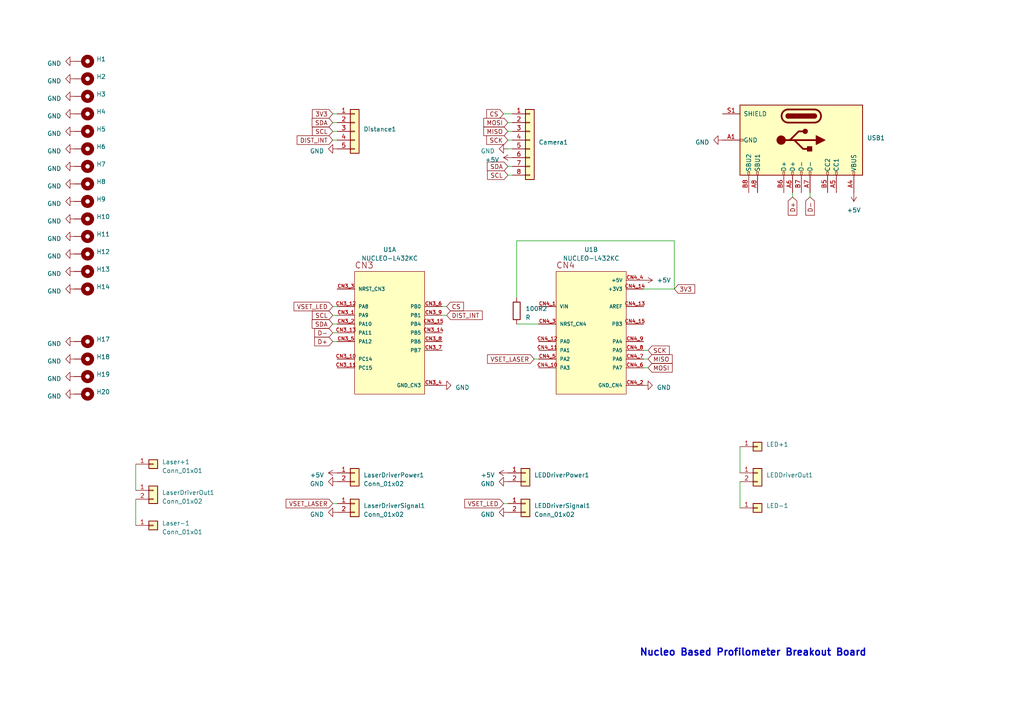
<source format=kicad_sch>
(kicad_sch (version 20230121) (generator eeschema)
  (paper "A4")
  (lib_symbols
    (symbol "Conn_01x01_2" (pin_names (offset 1.016) hide)
      (property "Reference" "J" (at 0 2.54 0))
      (property "Value" "Conn_01x01" (at 0 -2.54 0))
      (symbol "Conn_01x01_2_1_1"
        (rectangle (start -1.27 0.127) (end 0 -0.127) (stroke (width 0.1524)))
        (rectangle (start -1.27 1.27) (end 1.27 -1.27) (stroke (width 0.254)) (fill (type background)))
        (pin passive line (at -5.08 0 0) (length 3.81) (name "Pin_1") (number "1"))
      )
    )
    (symbol "Conn_01x01_3" (pin_names (offset 1.016) hide)
      (property "Reference" "J" (at 0 2.54 0))
      (property "Value" "Conn_01x01" (at 0 -2.54 0))
      (symbol "Conn_01x01_3_1_1"
        (rectangle (start -1.27 0.127) (end 0 -0.127) (stroke (width 0.1524)))
        (rectangle (start -1.27 1.27) (end 1.27 -1.27) (stroke (width 0.254)) (fill (type background)))
        (pin passive line (at -5.08 0 0) (length 3.81) (name "Pin_1") (number "1"))
      )
    )
    (symbol "Conn_01x02_3" (pin_names (offset 1.016) hide)
      (property "Reference" "J" (at 0 2.54 0))
      (property "Value" "Conn_01x02" (at 0 -5.08 0))
      (symbol "Conn_01x02_3_1_1"
        (rectangle (start -1.27 -2.413) (end 0 -2.667) (stroke (width 0.1524)))
        (rectangle (start -1.27 0.127) (end 0 -0.127) (stroke (width 0.1524)))
        (rectangle (start -1.27 1.27) (end 1.27 -3.81) (stroke (width 0.254)) (fill (type background)))
        (pin passive line (at -5.08 0 0) (length 3.81) (name "Pin_1") (number "1"))
        (pin passive line (at -5.08 -2.54 0) (length 3.81) (name "Pin_2") (number "2"))
      )
    )
    (symbol "Conn_01x02_4" (pin_names (offset 1.016) hide)
      (property "Reference" "J" (at 0 2.54 0))
      (property "Value" "Conn_01x02" (at 0 -5.08 0))
      (symbol "Conn_01x02_4_1_1"
        (rectangle (start -1.27 -2.413) (end 0 -2.667) (stroke (width 0.1524)))
        (rectangle (start -1.27 0.127) (end 0 -0.127) (stroke (width 0.1524)))
        (rectangle (start -1.27 1.27) (end 1.27 -3.81) (stroke (width 0.254)) (fill (type background)))
        (pin passive line (at -5.08 0 0) (length 3.81) (name "Pin_1") (number "1"))
        (pin passive line (at -5.08 -2.54 0) (length 3.81) (name "Pin_2") (number "2"))
      )
    )
    (symbol "Connector:USB_C_Receptacle_USB2.0" (pin_names (offset 1.016))
      (property "Reference" "J" (at -10.16 19.05 0))
      (property "Value" "USB_C_Receptacle_USB2.0" (at 19.05 19.05 0))
      (symbol "USB_C_Receptacle_USB2.0_0_0"
        (rectangle (start -0.254 -17.78) (end 0.254 -16.764))
        (rectangle (start 10.16 -14.986) (end 9.144 -15.494))
        (rectangle (start 10.16 -12.446) (end 9.144 -12.954))
        (rectangle (start 10.16 -4.826) (end 9.144 -5.334))
        (rectangle (start 10.16 -2.286) (end 9.144 -2.794))
        (rectangle (start 10.16 0.254) (end 9.144 -0.254))
        (rectangle (start 10.16 2.794) (end 9.144 2.286))
        (rectangle (start 10.16 7.874) (end 9.144 7.366))
        (rectangle (start 10.16 10.414) (end 9.144 9.906))
        (rectangle (start 10.16 15.494) (end 9.144 14.986))
      )
      (symbol "USB_C_Receptacle_USB2.0_0_1"
        (rectangle (start -10.16 17.78) (end 10.16 -17.78) (stroke (width 0.254)) (fill (type background)))
        (arc (start -8.89 -3.81) (mid -6.985 -5.7067) (end -5.08 -3.81) (stroke (width 0.508)))
        (arc (start -7.62 -3.81) (mid -6.985 -4.4423) (end -6.35 -3.81) (stroke (width 0.254)))
        (arc (start -7.62 -3.81) (mid -6.985 -4.4423) (end -6.35 -3.81) (stroke (width 0.254)) (fill (type outline)))
        (rectangle (start -7.62 -3.81) (end -6.35 3.81) (stroke (width 0.254)) (fill (type outline)))
        (arc (start -6.35 3.81) (mid -6.985 4.4423) (end -7.62 3.81) (stroke (width 0.254)))
        (arc (start -6.35 3.81) (mid -6.985 4.4423) (end -7.62 3.81) (stroke (width 0.254)) (fill (type outline)))
        (arc (start -5.08 3.81) (mid -6.985 5.7067) (end -8.89 3.81) (stroke (width 0.508)))
        (circle (center -2.54 1.143) (radius 0.635) (stroke (width 0.254)) (fill (type outline)))
        (circle (center 0 -5.842) (radius 1.27) (fill (type outline)))
        (polyline (pts (xy -8.89 -3.81) (xy -8.89 3.81)) (stroke (width 0.508)))
        (polyline (pts (xy -5.08 3.81) (xy -5.08 -3.81)) (stroke (width 0.508)))
        (polyline (pts (xy 0 -5.842) (xy 0 4.318)) (stroke (width 0.508)))
        (polyline (pts (xy 0 -3.302) (xy -2.54 -0.762) (xy -2.54 0.508)) (stroke (width 0.508)))
        (polyline (pts (xy 0 -2.032) (xy 2.54 0.508) (xy 2.54 1.778)) (stroke (width 0.508)))
        (polyline (pts (xy -1.27 4.318) (xy 0 6.858) (xy 1.27 4.318) (xy -1.27 4.318)) (stroke (width 0.254)) (fill (type outline)))
        (rectangle (start 1.905 1.778) (end 3.175 3.048) (stroke (width 0.254)) (fill (type outline)))
      )
      (symbol "USB_C_Receptacle_USB2.0_1_1"
        (pin passive line (at 0 -22.86 90) (length 5.08) (name "GND") (number "A1"))
        (pin passive line (at 0 -22.86 90) (length 5.08) hide (name "GND") (number "A12"))
        (pin passive line (at 15.24 15.24 180) (length 5.08) (name "VBUS") (number "A4"))
        (pin bidirectional line (at 15.24 10.16 180) (length 5.08) (name "CC1") (number "A5"))
        (pin bidirectional line (at 15.24 -2.54 180) (length 5.08) (name "D+") (number "A6"))
        (pin bidirectional line (at 15.24 2.54 180) (length 5.08) (name "D-") (number "A7"))
        (pin bidirectional line (at 15.24 -12.7 180) (length 5.08) (name "SBU1") (number "A8"))
        (pin passive line (at 15.24 15.24 180) (length 5.08) hide (name "VBUS") (number "A9"))
        (pin passive line (at 0 -22.86 90) (length 5.08) hide (name "GND") (number "B1"))
        (pin passive line (at 0 -22.86 90) (length 5.08) hide (name "GND") (number "B12"))
        (pin passive line (at 15.24 15.24 180) (length 5.08) hide (name "VBUS") (number "B4"))
        (pin bidirectional line (at 15.24 7.62 180) (length 5.08) (name "CC2") (number "B5"))
        (pin bidirectional line (at 15.24 -5.08 180) (length 5.08) (name "D+") (number "B6"))
        (pin bidirectional line (at 15.24 0 180) (length 5.08) (name "D-") (number "B7"))
        (pin bidirectional line (at 15.24 -15.24 180) (length 5.08) (name "SBU2") (number "B8"))
        (pin passive line (at 15.24 15.24 180) (length 5.08) hide (name "VBUS") (number "B9"))
        (pin passive line (at -7.62 -22.86 90) (length 5.08) (name "SHIELD") (number "S1"))
      )
    )
    (symbol "Connector_Generic:Conn_01x01" (pin_names (offset 1.016) hide)
      (property "Reference" "J" (at 0 2.54 0))
      (property "Value" "Conn_01x01" (at 0 -2.54 0))
      (symbol "Conn_01x01_1_1"
        (rectangle (start -1.27 0.127) (end 0 -0.127) (stroke (width 0.1524)))
        (rectangle (start -1.27 1.27) (end 1.27 -1.27) (stroke (width 0.254)) (fill (type background)))
        (pin passive line (at -5.08 0 0) (length 3.81) (name "Pin_1") (number "1"))
      )
    )
    (symbol "Connector_Generic:Conn_01x02" (pin_names (offset 1.016) hide)
      (property "Reference" "J" (at 0 2.54 0))
      (property "Value" "Conn_01x02" (at 0 -5.08 0))
      (symbol "Conn_01x02_1_1"
        (rectangle (start -1.27 -2.413) (end 0 -2.667) (stroke (width 0.1524)))
        (rectangle (start -1.27 0.127) (end 0 -0.127) (stroke (width 0.1524)))
        (rectangle (start -1.27 1.27) (end 1.27 -3.81) (stroke (width 0.254)) (fill (type background)))
        (pin passive line (at -5.08 0 0) (length 3.81) (name "Pin_1") (number "1"))
        (pin passive line (at -5.08 -2.54 0) (length 3.81) (name "Pin_2") (number "2"))
      )
    )
    (symbol "Connector_Generic:Conn_01x05" (pin_names (offset 1.016) hide)
      (property "Reference" "J" (at 0 7.62 0))
      (property "Value" "Conn_01x05" (at 0 -7.62 0))
      (symbol "Conn_01x05_1_1"
        (rectangle (start -1.27 -4.953) (end 0 -5.207) (stroke (width 0.1524)))
        (rectangle (start -1.27 -2.413) (end 0 -2.667) (stroke (width 0.1524)))
        (rectangle (start -1.27 0.127) (end 0 -0.127) (stroke (width 0.1524)))
        (rectangle (start -1.27 2.667) (end 0 2.413) (stroke (width 0.1524)))
        (rectangle (start -1.27 5.207) (end 0 4.953) (stroke (width 0.1524)))
        (rectangle (start -1.27 6.35) (end 1.27 -6.35) (stroke (width 0.254)) (fill (type background)))
        (pin passive line (at -5.08 5.08 0) (length 3.81) (name "Pin_1") (number "1"))
        (pin passive line (at -5.08 2.54 0) (length 3.81) (name "Pin_2") (number "2"))
        (pin passive line (at -5.08 0 0) (length 3.81) (name "Pin_3") (number "3"))
        (pin passive line (at -5.08 -2.54 0) (length 3.81) (name "Pin_4") (number "4"))
        (pin passive line (at -5.08 -5.08 0) (length 3.81) (name "Pin_5") (number "5"))
      )
    )
    (symbol "Connector_Generic:Conn_01x08" (pin_names (offset 1.016) hide)
      (property "Reference" "J" (at 0 10.16 0))
      (property "Value" "Conn_01x08" (at 0 -12.7 0))
      (symbol "Conn_01x08_1_1"
        (rectangle (start -1.27 -10.033) (end 0 -10.287) (stroke (width 0.1524)))
        (rectangle (start -1.27 -7.493) (end 0 -7.747) (stroke (width 0.1524)))
        (rectangle (start -1.27 -4.953) (end 0 -5.207) (stroke (width 0.1524)))
        (rectangle (start -1.27 -2.413) (end 0 -2.667) (stroke (width 0.1524)))
        (rectangle (start -1.27 0.127) (end 0 -0.127) (stroke (width 0.1524)))
        (rectangle (start -1.27 2.667) (end 0 2.413) (stroke (width 0.1524)))
        (rectangle (start -1.27 5.207) (end 0 4.953) (stroke (width 0.1524)))
        (rectangle (start -1.27 7.747) (end 0 7.493) (stroke (width 0.1524)))
        (rectangle (start -1.27 8.89) (end 1.27 -11.43) (stroke (width 0.254)) (fill (type background)))
        (pin passive line (at -5.08 7.62 0) (length 3.81) (name "Pin_1") (number "1"))
        (pin passive line (at -5.08 5.08 0) (length 3.81) (name "Pin_2") (number "2"))
        (pin passive line (at -5.08 2.54 0) (length 3.81) (name "Pin_3") (number "3"))
        (pin passive line (at -5.08 0 0) (length 3.81) (name "Pin_4") (number "4"))
        (pin passive line (at -5.08 -2.54 0) (length 3.81) (name "Pin_5") (number "5"))
        (pin passive line (at -5.08 -5.08 0) (length 3.81) (name "Pin_6") (number "6"))
        (pin passive line (at -5.08 -7.62 0) (length 3.81) (name "Pin_7") (number "7"))
        (pin passive line (at -5.08 -10.16 0) (length 3.81) (name "Pin_8") (number "8"))
      )
    )
    (symbol "Device:R" (pin_numbers hide) (pin_names (offset 0))
      (property "Reference" "R" (at 2.032 0 90))
      (property "Value" "R" (at 0 0 90))
      (symbol "R_0_1"
        (rectangle (start -1.016 -2.54) (end 1.016 2.54) (stroke (width 0.254)))
      )
      (symbol "R_1_1"
        (pin passive line (at 0 3.81 270) (length 1.27) (name "~") (number "1"))
        (pin passive line (at 0 -3.81 90) (length 1.27) (name "~") (number "2"))
      )
    )
    (symbol "Mechanical:MountingHole_Pad" (pin_numbers hide) (pin_names (offset 1.016) hide)
      (property "Reference" "H" (at 0 6.35 0))
      (property "Value" "MountingHole_Pad" (at 0 4.445 0))
      (symbol "MountingHole_Pad_0_1"
        (circle (center 0 1.27) (radius 1.27) (stroke (width 1.27)))
      )
      (symbol "MountingHole_Pad_1_1"
        (pin input line (at 0 -2.54 90) (length 2.54) (name "1") (number "1"))
      )
    )
    (symbol "NUCLEO-L432KC:NUCLEO-L432KC" (pin_names (offset 1.016))
      (property "Reference" "U" (at -10.16 21.082 0))
      (property "Value" "NUCLEO-L432KC" (at -10.16 -20.32 0))
      (symbol "NUCLEO-L432KC_1_0"
        (rectangle (start -10.16 -17.78) (end 10.16 17.78) (stroke (width 0.1524)) (fill (type background)))
        (text "CN3" (at -10.16 18.542 0) (effects (font (size 1.778 1.778)) (justify left bottom)))
        (pin bidirectional line (at -15.24 5.08 0) (length 5.08) (name "PA9") (number "CN3_1"))
        (pin bidirectional line (at -15.24 -7.62 0) (length 5.08) (name "PC14") (number "CN3_10"))
        (pin bidirectional line (at -15.24 -10.16 0) (length 5.08) (name "PC15") (number "CN3_11"))
        (pin bidirectional line (at -15.24 7.62 0) (length 5.08) (name "PA8") (number "CN3_12"))
        (pin bidirectional line (at -15.24 0 0) (length 5.08) (name "PA11") (number "CN3_13"))
        (pin bidirectional line (at 15.24 0 180) (length 5.08) (name "PB5") (number "CN3_14"))
        (pin bidirectional line (at 15.24 2.54 180) (length 5.08) (name "PB4") (number "CN3_15"))
        (pin bidirectional line (at -15.24 2.54 0) (length 5.08) (name "PA10") (number "CN3_2"))
        (pin bidirectional line (at -15.24 12.7 0) (length 5.08) (name "NRST_CN3") (number "CN3_3"))
        (pin power_in line (at 15.24 -15.24 180) (length 5.08) (name "GND_CN3") (number "CN3_4"))
        (pin bidirectional line (at -15.24 -2.54 0) (length 5.08) (name "PA12") (number "CN3_5"))
        (pin bidirectional line (at 15.24 7.62 180) (length 5.08) (name "PB0") (number "CN3_6"))
        (pin bidirectional line (at 15.24 -5.08 180) (length 5.08) (name "PB7") (number "CN3_7"))
        (pin bidirectional line (at 15.24 -2.54 180) (length 5.08) (name "PB6") (number "CN3_8"))
        (pin bidirectional line (at 15.24 5.08 180) (length 5.08) (name "PB1") (number "CN3_9"))
      )
      (symbol "NUCLEO-L432KC_2_0"
        (rectangle (start -10.16 -17.78) (end 10.16 17.78) (stroke (width 0.1524)) (fill (type background)))
        (text "CN4" (at -10.16 18.542 0) (effects (font (size 1.778 1.778)) (justify left bottom)))
        (pin input line (at -15.24 7.62 0) (length 5.08) (name "VIN") (number "CN4_1"))
        (pin bidirectional line (at -15.24 -10.16 0) (length 5.08) (name "PA3") (number "CN4_10"))
        (pin bidirectional line (at -15.24 -5.08 0) (length 5.08) (name "PA1") (number "CN4_11"))
        (pin bidirectional line (at -15.24 -2.54 0) (length 5.08) (name "PA0") (number "CN4_12"))
        (pin bidirectional line (at 15.24 7.62 180) (length 5.08) (name "AREF") (number "CN4_13"))
        (pin power_in line (at 15.24 12.7 180) (length 5.08) (name "+3V3") (number "CN4_14"))
        (pin bidirectional line (at 15.24 2.54 180) (length 5.08) (name "PB3") (number "CN4_15"))
        (pin power_in line (at 15.24 -15.24 180) (length 5.08) (name "GND_CN4") (number "CN4_2"))
        (pin bidirectional line (at -15.24 2.54 0) (length 5.08) (name "NRST_CN4") (number "CN4_3"))
        (pin power_in line (at 15.24 15.24 180) (length 5.08) (name "+5V") (number "CN4_4"))
        (pin bidirectional line (at -15.24 -7.62 0) (length 5.08) (name "PA2") (number "CN4_5"))
        (pin bidirectional line (at 15.24 -10.16 180) (length 5.08) (name "PA7") (number "CN4_6"))
        (pin bidirectional line (at 15.24 -7.62 180) (length 5.08) (name "PA6") (number "CN4_7"))
        (pin bidirectional line (at 15.24 -5.08 180) (length 5.08) (name "PA5") (number "CN4_8"))
        (pin bidirectional line (at 15.24 -2.54 180) (length 5.08) (name "PA4") (number "CN4_9"))
      )
    )
    (symbol "power:+5V" (power) (pin_names (offset 0))
      (property "Value" "+5V" (at 0 3.556 0))
      (symbol "+5V_0_1"
        (polyline (pts (xy -0.762 1.27) (xy 0 2.54)))
        (polyline (pts (xy 0 0) (xy 0 2.54)))
        (polyline (pts (xy 0 2.54) (xy 0.762 1.27)))
      )
      (symbol "+5V_1_1"
        (pin power_in line (at 0 0 90) (length 0) hide (name "+5V") (number "1"))
      )
    )
    (symbol "power:GND" (power) (pin_names (offset 0))
      (property "Value" "GND" (at 0 -3.81 0))
      (symbol "GND_0_1"
        (polyline (pts (xy 0 0) (xy 0 -1.27) (xy 1.27 -1.27) (xy 0 -2.54) (xy -1.27 -1.27) (xy 0 -1.27)))
      )
      (symbol "GND_1_1"
        (pin power_in line (at 0 0 270) (length 0) hide (name "GND") (number "1"))
      )
    )
  )
  (wire (pts (xy 147.32 35.56) (xy 148.59 35.56)))
  (wire (pts (xy 149.86 93.98) (xy 156.21 93.98)))
  (wire (pts (xy 234.95 55.88) (xy 234.95 57.15)))
  (wire (pts (xy 186.69 106.68) (xy 187.96 106.68)))
  (wire (pts (xy 96.52 88.9) (xy 97.79 88.9)))
  (wire (pts (xy 96.52 33.02) (xy 97.79 33.02)))
  (wire (pts (xy 96.52 91.44) (xy 97.79 91.44)))
  (wire (pts (xy 147.32 43.18) (xy 148.59 43.18)))
  (wire (pts (xy 195.58 83.82) (xy 186.69 83.82)))
  (wire (pts (xy 96.52 35.56) (xy 97.79 35.56)))
  (wire (pts (xy 39.37 134.62) (xy 39.37 142.24)))
  (wire (pts (xy 147.32 38.1) (xy 148.59 38.1)))
  (wire (pts (xy 96.52 40.64) (xy 97.79 40.64)))
  (wire (pts (xy 128.27 88.9) (xy 129.54 88.9)))
  (wire (pts (xy 96.52 38.1) (xy 97.79 38.1)))
  (wire (pts (xy 96.52 93.98) (xy 97.79 93.98)))
  (wire (pts (xy 186.69 104.14) (xy 187.96 104.14)))
  (wire (pts (xy 186.69 101.6) (xy 187.96 101.6)))
  (wire (pts (xy 149.86 69.85) (xy 195.58 69.85)))
  (wire (pts (xy 147.32 40.64) (xy 148.59 40.64)))
  (wire (pts (xy 229.87 55.88) (xy 229.87 57.15)))
  (wire (pts (xy 147.32 50.8) (xy 148.59 50.8)))
  (wire (pts (xy 39.37 144.78) (xy 39.37 152.4)))
  (wire (pts (xy 147.32 48.26) (xy 148.59 48.26)))
  (wire (pts (xy 149.86 86.36) (xy 149.86 69.85)))
  (wire (pts (xy 154.94 104.14) (xy 156.21 104.14)))
  (wire (pts (xy 195.58 69.85) (xy 195.58 83.82)))
  (wire (pts (xy 214.63 139.7) (xy 214.63 147.32)))
  (wire (pts (xy 128.27 91.44) (xy 129.54 91.44)))
  (wire (pts (xy 146.05 33.02) (xy 148.59 33.02)))
  (wire (pts (xy 214.63 129.54) (xy 214.63 137.16)))
  (wire (pts (xy 96.52 99.06) (xy 97.79 99.06)))
  (wire (pts (xy 96.52 146.05) (xy 97.79 146.05)))
  (wire (pts (xy 96.52 96.52) (xy 97.79 96.52)))
  (wire (pts (xy 146.05 146.05) (xy 147.32 146.05)))
  (text "Nucleo Based Profilometer Breakout Board\n" (at 251.46 190.5 0) (effects (font (size 2 2) (thickness 0.4) bold) (justify right bottom)))
  (global_label "SDA" (shape input) (at 96.52 93.98 180) (property "Intersheetrefs" "${INTERSHEET_REFS}" (effects hide)))
  (global_label "CS" (shape input) (at 146.05 33.02 180) (property "Intersheetrefs" "${INTERSHEET_REFS}" (effects hide)))
  (global_label "DIST_INT" (shape input) (at 96.52 40.64 180) (property "Intersheetrefs" "${INTERSHEET_REFS}" (effects hide)))
  (global_label "SCK" (shape input) (at 147.32 40.64 180) (property "Intersheetrefs" "${INTERSHEET_REFS}" (effects hide)))
  (global_label "VSET_LASER" (shape input) (at 154.94 104.14 180) (property "Intersheetrefs" "${INTERSHEET_REFS}" (effects hide)))
  (global_label "D+" (shape input) (at 96.52 99.06 180) (property "Intersheetrefs" "${INTERSHEET_REFS}" (effects hide)))
  (global_label "VSET_LED" (shape input) (at 146.05 146.05 180) (property "Intersheetrefs" "${INTERSHEET_REFS}" (effects hide)))
  (global_label "D+" (shape input) (at 229.87 57.15 270) (property "Intersheetrefs" "${INTERSHEET_REFS}" (effects hide)))
  (global_label "VSET_LASER" (shape input) (at 96.52 146.05 180) (property "Intersheetrefs" "${INTERSHEET_REFS}" (effects hide)))
  (global_label "D-" (shape input) (at 96.52 96.52 180) (property "Intersheetrefs" "${INTERSHEET_REFS}" (effects hide)))
  (global_label "3V3" (shape input) (at 195.58 83.82 0) (property "Intersheetrefs" "${INTERSHEET_REFS}" (effects hide)))
  (global_label "SDA" (shape input) (at 147.32 48.26 180) (property "Intersheetrefs" "${INTERSHEET_REFS}" (effects hide)))
  (global_label "SCK" (shape input) (at 187.96 101.6 0) (property "Intersheetrefs" "${INTERSHEET_REFS}" (effects hide)))
  (global_label "D-" (shape input) (at 234.95 57.15 270) (property "Intersheetrefs" "${INTERSHEET_REFS}" (effects hide)))
  (global_label "MISO" (shape input) (at 147.32 38.1 180) (property "Intersheetrefs" "${INTERSHEET_REFS}" (effects hide)))
  (global_label "DIST_INT" (shape input) (at 129.54 91.44 0) (property "Intersheetrefs" "${INTERSHEET_REFS}" (effects hide)))
  (global_label "3V3" (shape input) (at 96.52 33.02 180) (property "Intersheetrefs" "${INTERSHEET_REFS}" (effects hide)))
  (global_label "SDA" (shape input) (at 96.52 35.56 180) (property "Intersheetrefs" "${INTERSHEET_REFS}" (effects hide)))
  (global_label "MISO" (shape input) (at 187.96 104.14 0) (property "Intersheetrefs" "${INTERSHEET_REFS}" (effects hide)))
  (global_label "SCL" (shape input) (at 96.52 91.44 180) (property "Intersheetrefs" "${INTERSHEET_REFS}" (effects hide)))
  (global_label "SCL" (shape input) (at 96.52 38.1 180) (property "Intersheetrefs" "${INTERSHEET_REFS}" (effects hide)))
  (global_label "MOSI" (shape input) (at 187.96 106.68 0) (property "Intersheetrefs" "${INTERSHEET_REFS}" (effects hide)))
  (global_label "SCL" (shape input) (at 147.32 50.8 180) (property "Intersheetrefs" "${INTERSHEET_REFS}" (effects hide)))
  (global_label "VSET_LED" (shape input) (at 96.52 88.9 180) (property "Intersheetrefs" "${INTERSHEET_REFS}" (effects hide)))
  (global_label "CS" (shape input) (at 129.54 88.9 0) (property "Intersheetrefs" "${INTERSHEET_REFS}" (effects hide)))
  (global_label "MOSI" (shape input) (at 147.32 35.56 180) (property "Intersheetrefs" "${INTERSHEET_REFS}" (effects hide)))
  (symbol (lib_id "power:GND") (at 21.59 114.3 270) (unit 1)
    (property "Reference" "#PWR034" (effects hide))
    (property "Value" "GND" (at 17.78 114.935 90) (effects (justify right)))
  )
  (symbol (lib_id "power:GND") (at 21.59 22.86 270) (unit 1)
    (property "Reference" "#PWR015" (effects hide))
    (property "Value" "GND" (at 17.78 23.495 90) (effects (justify right)))
  )
  (symbol (lib_id "power:GND") (at 128.27 111.76 90) (unit 1)
    (property "Reference" "#PWR05" (effects hide))
    (property "Value" "GND" (at 132.08 112.395 90) (effects (justify right)))
  )
  (symbol (lib_id "power:GND") (at 147.32 148.59 270) (unit 1)
    (property "Reference" "#PWR011" (effects hide))
    (property "Value" "GND" (at 143.51 149.225 90) (effects (justify right)))
  )
  (symbol (lib_id "power:GND") (at 21.59 43.18 270) (unit 1)
    (property "Reference" "#PWR020" (effects hide))
    (property "Value" "GND" (at 17.78 43.815 90) (effects (justify right)))
  )
  (symbol (lib_id "power:GND") (at 21.59 68.58 270) (unit 1)
    (property "Reference" "#PWR025" (effects hide))
    (property "Value" "GND" (at 17.78 69.215 90) (effects (justify right)))
  )
  (symbol (lib_id "Mechanical:MountingHole_Pad") (at 24.13 58.42 270) (unit 1)
    (property "Reference" "H9" (at 27.94 57.785 90) (effects (justify left)))
    (property "Value" "MountingHole_Pad" (effects hide))
    (property "Footprint" "MountingHole:MountingHole_3.2mm_M3_Pad" (effects hide))
  )
  (symbol (lib_id "power:GND") (at 21.59 78.74 270) (unit 1)
    (property "Reference" "#PWR027" (effects hide))
    (property "Value" "GND" (at 17.78 79.375 90) (effects (justify right)))
  )
  (symbol (lib_id "power:GND") (at 21.59 33.02 270) (unit 1)
    (property "Reference" "#PWR018" (effects hide))
    (property "Value" "GND" (at 17.78 33.655 90) (effects (justify right)))
  )
  (symbol (lib_id "Mechanical:MountingHole_Pad") (at 24.13 43.18 270) (unit 1)
    (property "Reference" "H6" (at 27.94 42.545 90) (effects (justify left)))
    (property "Value" "MountingHole_Pad" (effects hide))
    (property "Footprint" "MountingHole:MountingHole_3.2mm_M3_Pad" (effects hide))
  )
  (symbol (lib_name "Conn_01x01_3") (lib_id "Connector_Generic:Conn_01x01") (at 44.45 152.4 0) (unit 1)
    (property "Reference" "Laser-1" (at 46.99 151.765 0) (effects (justify left)))
    (property "Value" "Conn_01x01" (at 46.99 154.305 0) (effects (justify left)))
    (property "Footprint" "Connector_PinHeader_2.54mm:PinHeader_1x01_P2.54mm_Vertical" (effects hide))
  )
  (symbol (lib_id "Mechanical:MountingHole_Pad") (at 24.13 99.06 270) (unit 1)
    (property "Reference" "H17" (at 27.94 98.425 90) (effects (justify left)))
    (property "Value" "MountingHole_Pad" (effects hide))
    (property "Footprint" "MountingHole:MountingHole_3.2mm_M3_Pad" (effects hide))
  )
  (symbol (lib_id "power:+5V") (at 147.32 137.16 90) (unit 1)
    (property "Reference" "#PWR013" (effects hide))
    (property "Value" "+5V" (at 143.51 137.795 90) (effects (justify left)))
  )
  (symbol (lib_id "power:GND") (at 21.59 83.82 270) (unit 1)
    (property "Reference" "#PWR028" (effects hide))
    (property "Value" "GND" (at 17.78 84.455 90) (effects (justify right)))
  )
  (symbol (lib_id "Connector_Generic:Conn_01x02") (at 102.87 146.05 0) (unit 1)
    (property "Reference" "LaserDriverSignal1" (at 105.41 146.685 0) (effects (justify left)))
    (property "Value" "Conn_01x02" (at 105.41 149.225 0) (effects (justify left)))
    (property "Footprint" "Connector_PinHeader_2.54mm:PinHeader_1x02_P2.54mm_Vertical" (effects hide))
  )
  (symbol (lib_name "Conn_01x02_3") (lib_id "Connector_Generic:Conn_01x02") (at 152.4 137.16 0) (unit 1)
    (property "Reference" "LEDDriverPower1" (at 154.94 137.795 0) (effects (justify left)))
    (property "Value" "Conn_01x02" (effects hide))
    (property "Footprint" "Connector_PinHeader_2.54mm:PinHeader_1x02_P2.54mm_Vertical" (effects hide))
  )
  (symbol (lib_name "Conn_01x01_2") (lib_id "Connector_Generic:Conn_01x01") (at 44.45 134.62 0) (unit 1)
    (property "Reference" "Laser+1" (at 46.99 133.985 0) (effects (justify left)))
    (property "Value" "Conn_01x01" (at 46.99 136.525 0) (effects (justify left)))
    (property "Footprint" "Connector_PinHeader_2.54mm:PinHeader_1x01_P2.54mm_Vertical" (effects hide))
  )
  (symbol (lib_id "power:GND") (at 21.59 27.94 270) (unit 1)
    (property "Reference" "#PWR017" (effects hide))
    (property "Value" "GND" (at 17.78 28.575 90) (effects (justify right)))
  )
  (symbol (lib_id "power:+5V") (at 148.59 45.72 90) (unit 1)
    (property "Reference" "#PWR02" (effects hide))
    (property "Value" "+5V" (at 144.78 46.355 90) (effects (justify left)))
  )
  (symbol (lib_id "Mechanical:MountingHole_Pad") (at 24.13 109.22 270) (unit 1)
    (property "Reference" "H19" (at 27.94 108.585 90) (effects (justify left)))
    (property "Value" "MountingHole_Pad" (effects hide))
    (property "Footprint" "MountingHole:MountingHole_3.2mm_M3_Pad" (effects hide))
  )
  (symbol (lib_id "power:GND") (at 21.59 109.22 270) (unit 1)
    (property "Reference" "#PWR033" (effects hide))
    (property "Value" "GND" (at 17.78 109.855 90) (effects (justify right)))
  )
  (symbol (lib_id "Connector_Generic:Conn_01x08") (at 153.67 40.64 0) (unit 1)
    (property "Reference" "Camera1" (at 156.21 41.275 0) (effects (justify left)))
    (property "Value" "Conn_01x08" (effects hide))
    (property "Footprint" "Connector_PinHeader_1.27mm:PinHeader_1x08_P1.27mm_Vertical" (effects hide))
  )
  (symbol (lib_id "Connector_Generic:Conn_01x02") (at 102.87 137.16 0) (unit 1)
    (property "Reference" "LaserDriverPower1" (at 105.41 137.795 0) (effects (justify left)))
    (property "Value" "Conn_01x02" (at 105.41 140.335 0) (effects (justify left)))
    (property "Footprint" "Connector_PinHeader_2.54mm:PinHeader_1x02_P2.54mm_Vertical" (effects hide))
  )
  (symbol (lib_id "power:GND") (at 97.79 139.7 270) (unit 1)
    (property "Reference" "#PWR08" (effects hide))
    (property "Value" "GND" (at 93.98 140.335 90) (effects (justify right)))
  )
  (symbol (lib_id "Mechanical:MountingHole_Pad") (at 24.13 53.34 270) (unit 1)
    (property "Reference" "H8" (at 27.94 52.705 90) (effects (justify left)))
    (property "Value" "MountingHole_Pad" (effects hide))
    (property "Footprint" "MountingHole:MountingHole_3.2mm_M3_Pad" (effects hide))
  )
  (symbol (lib_id "power:GND") (at 147.32 43.18 270) (unit 1)
    (property "Reference" "#PWR01" (effects hide))
    (property "Value" "GND" (at 143.51 43.815 90) (effects (justify right)))
  )
  (symbol (lib_id "power:GND") (at 209.55 40.64 270) (unit 1)
    (property "Reference" "#PWR06" (effects hide))
    (property "Value" "GND" (at 205.74 41.275 90) (effects (justify right)))
  )
  (symbol (lib_id "power:GND") (at 21.59 38.1 270) (unit 1)
    (property "Reference" "#PWR019" (effects hide))
    (property "Value" "GND" (at 17.78 38.735 90) (effects (justify right)))
  )
  (symbol (lib_id "Mechanical:MountingHole_Pad") (at 24.13 38.1 270) (unit 1)
    (property "Reference" "H5" (at 27.94 37.465 90) (effects (justify left)))
    (property "Value" "MountingHole_Pad" (effects hide))
    (property "Footprint" "MountingHole:MountingHole_3.2mm_M3_Pad" (effects hide))
  )
  (symbol (lib_id "power:GND") (at 186.69 111.76 90) (unit 1)
    (property "Reference" "#PWR016" (effects hide))
    (property "Value" "GND" (at 190.5 112.395 90) (effects (justify right)))
  )
  (symbol (lib_id "Device:R") (at 149.86 90.17 180) (unit 1)
    (property "Reference" "100R2" (at 152.4 89.535 0) (effects (justify right)))
    (property "Value" "R" (at 152.4 92.075 0) (effects (justify right)))
    (property "Footprint" "Resistor_SMD:R_0603_1608Metric" (effects hide))
  )
  (symbol (lib_id "Mechanical:MountingHole_Pad") (at 24.13 33.02 270) (unit 1)
    (property "Reference" "H4" (at 27.94 32.385 90) (effects (justify left)))
    (property "Value" "MountingHole_Pad" (effects hide))
    (property "Footprint" "MountingHole:MountingHole_3.2mm_M3_Pad" (effects hide))
  )
  (symbol (lib_id "Connector:USB_C_Receptacle_USB2.0") (at 232.41 40.64 270) (unit 1)
    (property "Reference" "USB1" (at 251.46 40.005 90) (effects (justify left)))
    (property "Value" "USB_C_Receptacle_USB2.0" (effects hide))
    (property "Footprint" "KiCad:2171820001" (effects hide))
    (property "Datasheet" "https://www.usb.org/sites/default/files/documents/usb_type-c.zip" (effects hide))
  )
  (symbol (lib_name "Conn_01x02_4") (lib_id "Connector_Generic:Conn_01x02") (at 152.4 146.05 0) (unit 1)
    (property "Reference" "LEDDriverSignal1" (at 154.94 146.685 0) (effects (justify left)))
    (property "Value" "Conn_01x02" (at 154.94 149.225 0) (effects (justify left)))
    (property "Footprint" "Connector_PinHeader_2.54mm:PinHeader_1x02_P2.54mm_Vertical" (effects hide))
  )
  (symbol (lib_id "power:GND") (at 97.79 43.18 270) (unit 1)
    (property "Reference" "#PWR014" (effects hide))
    (property "Value" "GND" (at 93.98 43.815 90) (effects (justify right)))
  )
  (symbol (lib_id "Connector_Generic:Conn_01x02") (at 219.71 137.16 0) (unit 1)
    (property "Reference" "LEDDriverOut1" (at 222.25 137.795 0) (effects (justify left)))
    (property "Value" "Conn_01x02" (effects hide))
    (property "Footprint" "Connector_PinHeader_2.54mm:PinHeader_1x02_P2.54mm_Vertical" (effects hide))
  )
  (symbol (lib_id "Mechanical:MountingHole_Pad") (at 24.13 68.58 270) (unit 1)
    (property "Reference" "H11" (at 27.94 67.945 90) (effects (justify left)))
    (property "Value" "MountingHole_Pad" (effects hide))
    (property "Footprint" "MountingHole:MountingHole_3.2mm_M3_Pad" (effects hide))
  )
  (symbol (lib_id "NUCLEO-L432KC:NUCLEO-L432KC") (at 113.03 96.52 0) (unit 1)
    (property "Reference" "U1" (at 113.03 72.39 0))
    (property "Value" "NUCLEO-L432KC" (at 113.03 74.93 0))
    (property "Footprint" "MODULE_NUCLEO-L432KC" (effects hide))
    (property "MAXIMUM_PACKAGE_HEIGHT" "N/A" (effects hide))
    (property "PARTREV" "N/A" (effects hide))
    (property "STANDARD" "Manufacturer Recommendations" (effects hide))
    (property "MANUFACTURER" "ST Microelectronics" (effects hide))
  )
  (symbol (lib_id "power:GND") (at 21.59 58.42 270) (unit 1)
    (property "Reference" "#PWR023" (effects hide))
    (property "Value" "GND" (at 17.78 59.055 90) (effects (justify right)))
  )
  (symbol (lib_id "power:GND") (at 21.59 104.14 270) (unit 1)
    (property "Reference" "#PWR032" (effects hide))
    (property "Value" "GND" (at 17.78 104.775 90) (effects (justify right)))
  )
  (symbol (lib_id "NUCLEO-L432KC:NUCLEO-L432KC") (at 171.45 96.52 0) (unit 2)
    (property "Reference" "U1" (at 171.45 72.39 0))
    (property "Value" "NUCLEO-L432KC" (at 171.45 74.93 0))
    (property "Footprint" "MODULE_NUCLEO-L432KC" (effects hide))
    (property "MAXIMUM_PACKAGE_HEIGHT" "N/A" (effects hide))
    (property "PARTREV" "N/A" (effects hide))
    (property "STANDARD" "Manufacturer Recommendations" (effects hide))
    (property "MANUFACTURER" "ST Microelectronics" (effects hide))
  )
  (symbol (lib_id "Mechanical:MountingHole_Pad") (at 24.13 48.26 270) (unit 1)
    (property "Reference" "H7" (at 27.94 47.625 90) (effects (justify left)))
    (property "Value" "MountingHole_Pad" (effects hide))
    (property "Footprint" "MountingHole:MountingHole_3.2mm_M3_Pad" (effects hide))
  )
  (symbol (lib_id "Mechanical:MountingHole_Pad") (at 24.13 63.5 270) (unit 1)
    (property "Reference" "H10" (at 27.94 62.865 90) (effects (justify left)))
    (property "Value" "MountingHole_Pad" (effects hide))
    (property "Footprint" "MountingHole:MountingHole_3.2mm_M3_Pad" (effects hide))
  )
  (symbol (lib_id "Mechanical:MountingHole_Pad") (at 24.13 114.3 270) (unit 1)
    (property "Reference" "H20" (at 27.94 113.665 90) (effects (justify left)))
    (property "Value" "MountingHole_Pad" (effects hide))
    (property "Footprint" "MountingHole:MountingHole_3.2mm_M3_Pad" (effects hide))
  )
  (symbol (lib_id "Mechanical:MountingHole_Pad") (at 24.13 27.94 270) (unit 1)
    (property "Reference" "H3" (at 27.94 27.305 90) (effects (justify left)))
    (property "Value" "MountingHole_Pad" (effects hide))
    (property "Footprint" "MountingHole:MountingHole_3.2mm_M3_Pad" (effects hide))
  )
  (symbol (lib_id "power:+5V") (at 97.79 137.16 90) (unit 1)
    (property "Reference" "#PWR012" (effects hide))
    (property "Value" "+5V" (at 93.98 137.795 90) (effects (justify left)))
  )
  (symbol (lib_id "power:GND") (at 21.59 48.26 270) (unit 1)
    (property "Reference" "#PWR021" (effects hide))
    (property "Value" "GND" (at 17.78 48.895 90) (effects (justify right)))
  )
  (symbol (lib_id "Mechanical:MountingHole_Pad") (at 24.13 73.66 270) (unit 1)
    (property "Reference" "H12" (at 27.94 73.025 90) (effects (justify left)))
    (property "Value" "MountingHole_Pad" (effects hide))
    (property "Footprint" "MountingHole:MountingHole_3.2mm_M3_Pad" (effects hide))
  )
  (symbol (lib_id "power:GND") (at 21.59 53.34 270) (unit 1)
    (property "Reference" "#PWR022" (effects hide))
    (property "Value" "GND" (at 17.78 53.975 90) (effects (justify right)))
  )
  (symbol (lib_id "Connector_Generic:Conn_01x01") (at 219.71 129.54 0) (unit 1)
    (property "Reference" "LED+1" (at 222.25 128.905 0) (effects (justify left)))
    (property "Value" "Conn_01x01" (effects hide))
    (property "Footprint" "Connector_PinHeader_2.54mm:PinHeader_1x01_P2.54mm_Vertical" (effects hide))
  )
  (symbol (lib_id "power:+5V") (at 186.69 81.28 270) (unit 1)
    (property "Reference" "#PWR04" (effects hide))
    (property "Value" "+5V" (at 190.5 81.28 90) (effects (justify left)))
  )
  (symbol (lib_id "Mechanical:MountingHole_Pad") (at 24.13 78.74 270) (unit 1)
    (property "Reference" "H13" (at 27.94 78.105 90) (effects (justify left)))
    (property "Value" "MountingHole_Pad" (effects hide))
    (property "Footprint" "MountingHole:MountingHole_3.2mm_M3_Pad" (effects hide))
  )
  (symbol (lib_id "Mechanical:MountingHole_Pad") (at 24.13 22.86 270) (unit 1)
    (property "Reference" "H2" (at 27.94 22.225 90) (effects (justify left)))
    (property "Value" "MountingHole_Pad" (effects hide))
    (property "Footprint" "MountingHole:MountingHole_3.2mm_M3_Pad" (effects hide))
  )
  (symbol (lib_id "Mechanical:MountingHole_Pad") (at 24.13 104.14 270) (unit 1)
    (property "Reference" "H18" (at 27.94 103.505 90) (effects (justify left)))
    (property "Value" "MountingHole_Pad" (effects hide))
    (property "Footprint" "MountingHole:MountingHole_3.2mm_M3_Pad" (effects hide))
  )
  (symbol (lib_id "power:GND") (at 21.59 99.06 270) (unit 1)
    (property "Reference" "#PWR031" (effects hide))
    (property "Value" "GND" (at 17.78 99.695 90) (effects (justify right)))
  )
  (symbol (lib_id "Mechanical:MountingHole_Pad") (at 24.13 17.78 270) (unit 1)
    (property "Reference" "H1" (at 27.94 17.145 90) (effects (justify left)))
    (property "Value" "MountingHole_Pad" (effects hide))
    (property "Footprint" "MountingHole:MountingHole_3.2mm_M3_Pad" (effects hide))
  )
  (symbol (lib_id "power:GND") (at 97.79 148.59 270) (unit 1)
    (property "Reference" "#PWR09" (effects hide))
    (property "Value" "GND" (at 93.98 149.225 90) (effects (justify right)))
  )
  (symbol (lib_id "power:GND") (at 21.59 73.66 270) (unit 1)
    (property "Reference" "#PWR026" (effects hide))
    (property "Value" "GND" (at 17.78 74.295 90) (effects (justify right)))
  )
  (symbol (lib_id "Connector_Generic:Conn_01x05") (at 102.87 38.1 0) (unit 1)
    (property "Reference" "Distance1" (at 105.41 37.465 0) (effects (justify left)))
    (property "Value" "Conn_01x05" (effects hide))
    (property "Footprint" "Connector_PinHeader_1.27mm:PinHeader_1x05_P1.27mm_Vertical" (effects hide))
  )
  (symbol (lib_id "power:GND") (at 21.59 63.5 270) (unit 1)
    (property "Reference" "#PWR024" (effects hide))
    (property "Value" "GND" (at 17.78 64.135 90) (effects (justify right)))
  )
  (symbol (lib_id "power:+5V") (at 247.65 55.88 180) (unit 1)
    (property "Reference" "#PWR07" (effects hide))
    (property "Value" "+5V" (at 247.65 60.96 0))
  )
  (symbol (lib_id "Connector_Generic:Conn_01x01") (at 219.71 147.32 0) (unit 1)
    (property "Reference" "LED-1" (at 222.25 146.685 0) (effects (justify left)))
    (property "Value" "Conn_01x01" (effects hide))
    (property "Footprint" "Connector_PinHeader_2.54mm:PinHeader_1x01_P2.54mm_Vertical" (effects hide))
  )
  (symbol (lib_id "Connector_Generic:Conn_01x02") (at 44.45 142.24 0) (unit 1)
    (property "Reference" "LaserDriverOut1" (at 46.99 142.875 0) (effects (justify left)))
    (property "Value" "Conn_01x02" (at 46.99 145.415 0) (effects (justify left)))
    (property "Footprint" "Connector_PinHeader_2.54mm:PinHeader_1x02_P2.54mm_Vertical" (effects hide))
  )
  (symbol (lib_id "Mechanical:MountingHole_Pad") (at 24.13 83.82 270) (unit 1)
    (property "Reference" "H14" (at 27.94 83.185 90) (effects (justify left)))
    (property "Value" "MountingHole_Pad" (effects hide))
    (property "Footprint" "MountingHole:MountingHole_3.2mm_M3_Pad" (effects hide))
  )
  (symbol (lib_id "power:GND") (at 21.59 17.78 270) (unit 1)
    (property "Reference" "#PWR03" (effects hide))
    (property "Value" "GND" (at 17.78 18.415 90) (effects (justify right)))
  )
  (symbol (lib_id "power:GND") (at 147.32 139.7 270) (unit 1)
    (property "Reference" "#PWR010" (effects hide))
    (property "Value" "GND" (at 143.51 140.335 90) (effects (justify right)))
  )
)
</source>
